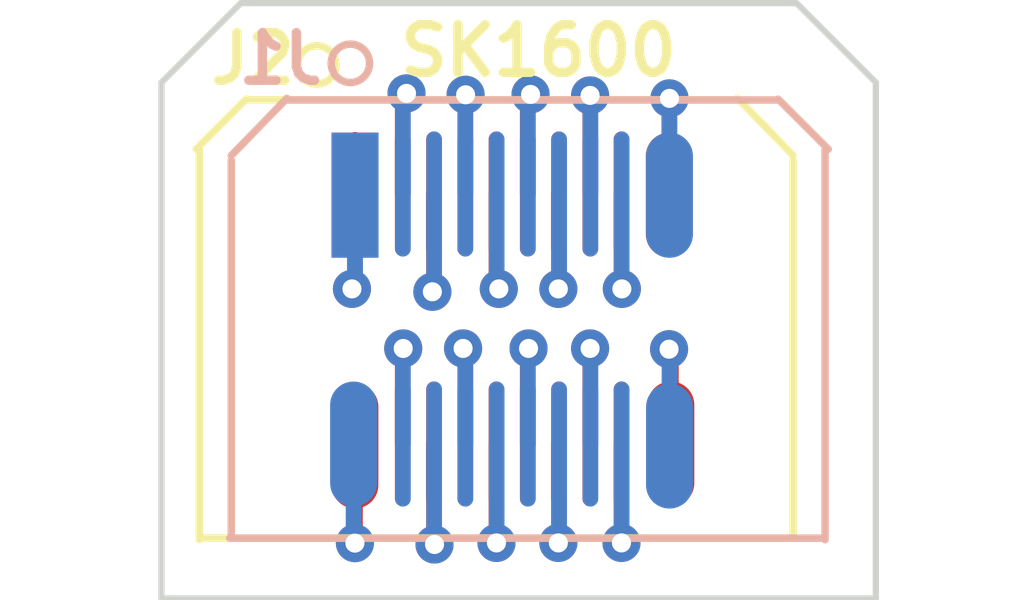
<source format=kicad_pcb>
(kicad_pcb (version 20171130) (host pcbnew "(5.1.9)-1")

  (general
    (thickness 1.6)
    (drawings 7)
    (tracks 104)
    (zones 0)
    (modules 2)
    (nets 21)
  )

  (page A4)
  (layers
    (0 F.Cu signal)
    (31 B.Cu signal)
    (32 B.Adhes user)
    (33 F.Adhes user)
    (34 B.Paste user)
    (35 F.Paste user)
    (36 B.SilkS user)
    (37 F.SilkS user)
    (38 B.Mask user)
    (39 F.Mask user)
    (40 Dwgs.User user)
    (41 Cmts.User user)
    (42 Eco1.User user)
    (43 Eco2.User user)
    (44 Edge.Cuts user)
    (45 Margin user)
    (46 B.CrtYd user)
    (47 F.CrtYd user)
    (48 B.Fab user)
    (49 F.Fab user)
  )

  (setup
    (last_trace_width 0.25)
    (user_trace_width 0.127)
    (trace_clearance 0.2)
    (zone_clearance 0.508)
    (zone_45_only no)
    (trace_min 0.127)
    (via_size 0.8)
    (via_drill 0.4)
    (via_min_size 0.6096)
    (via_min_drill 0.3048)
    (user_via 0.6096 0.3048)
    (uvia_size 0.3)
    (uvia_drill 0.1)
    (uvias_allowed no)
    (uvia_min_size 0.2)
    (uvia_min_drill 0.1)
    (edge_width 0.05)
    (segment_width 0.2)
    (pcb_text_width 0.3)
    (pcb_text_size 1.5 1.5)
    (mod_edge_width 0.12)
    (mod_text_size 1 1)
    (mod_text_width 0.15)
    (pad_size 1.524 1.524)
    (pad_drill 0.762)
    (pad_to_mask_clearance 0)
    (aux_axis_origin 0 0)
    (visible_elements 7FFFFFFF)
    (pcbplotparams
      (layerselection 0x010fc_ffffffff)
      (usegerberextensions false)
      (usegerberattributes true)
      (usegerberadvancedattributes true)
      (creategerberjobfile true)
      (excludeedgelayer true)
      (linewidth 0.100000)
      (plotframeref false)
      (viasonmask false)
      (mode 1)
      (useauxorigin false)
      (hpglpennumber 1)
      (hpglpenspeed 20)
      (hpglpendiameter 15.000000)
      (psnegative false)
      (psa4output false)
      (plotreference true)
      (plotvalue true)
      (plotinvisibletext false)
      (padsonsilk false)
      (subtractmaskfromsilk false)
      (outputformat 1)
      (mirror false)
      (drillshape 1)
      (scaleselection 1)
      (outputdirectory ""))
  )

  (net 0 "")
  (net 1 "Net-(J?1-Pad2)")
  (net 2 "Net-(J?1-Pad1)")
  (net 3 "Net-(J?1-Pad4)")
  (net 4 "Net-(J?1-Pad3)")
  (net 5 "Net-(J?1-Pad6)")
  (net 6 "Net-(J?1-Pad5)")
  (net 7 "Net-(J?1-Pad8)")
  (net 8 "Net-(J?1-Pad7)")
  (net 9 "Net-(J?1-Pad10)")
  (net 10 "Net-(J?1-Pad9)")
  (net 11 "Net-(J?1-Pad12)")
  (net 12 "Net-(J?1-Pad11)")
  (net 13 "Net-(J?1-Pad14)")
  (net 14 "Net-(J?1-Pad13)")
  (net 15 "Net-(J?1-Pad16)")
  (net 16 "Net-(J?1-Pad15)")
  (net 17 "Net-(J?1-Pad18)")
  (net 18 "Net-(J?1-Pad17)")
  (net 19 "Net-(J?1-Pad20)")
  (net 20 "Net-(J?1-Pad19)")

  (net_class Default "This is the default net class."
    (clearance 0.2)
    (trace_width 0.25)
    (via_dia 0.8)
    (via_drill 0.4)
    (uvia_dia 0.3)
    (uvia_drill 0.1)
    (add_net "Net-(J?1-Pad1)")
    (add_net "Net-(J?1-Pad10)")
    (add_net "Net-(J?1-Pad11)")
    (add_net "Net-(J?1-Pad12)")
    (add_net "Net-(J?1-Pad13)")
    (add_net "Net-(J?1-Pad14)")
    (add_net "Net-(J?1-Pad15)")
    (add_net "Net-(J?1-Pad16)")
    (add_net "Net-(J?1-Pad17)")
    (add_net "Net-(J?1-Pad18)")
    (add_net "Net-(J?1-Pad19)")
    (add_net "Net-(J?1-Pad2)")
    (add_net "Net-(J?1-Pad20)")
    (add_net "Net-(J?1-Pad3)")
    (add_net "Net-(J?1-Pad4)")
    (add_net "Net-(J?1-Pad5)")
    (add_net "Net-(J?1-Pad6)")
    (add_net "Net-(J?1-Pad7)")
    (add_net "Net-(J?1-Pad8)")
    (add_net "Net-(J?1-Pad9)")
  )

  (module t_connectors:AXK5S20047Y_socket (layer F.Cu) (tedit 5FEC5EF5) (tstamp 5FF6065B)
    (at 150.39 79.982491)
    (path /5FF60A88)
    (attr smd)
    (fp_text reference J2 (at -4.1495 -4.163491) (layer F.SilkS)
      (effects (font (size 0.762 0.762) (thickness 0.15)))
    )
    (fp_text value AXK520147YG_socket (at 0 0) (layer F.Fab)
      (effects (font (size 1 1) (thickness 0.15)))
    )
    (fp_line (start 4.4958 -2.6162) (end 3.6068 -3.5306) (layer F.SilkS) (width 0.12))
    (fp_line (start -5.0038 3.5306) (end -5.0038 -2.7178) (layer F.SilkS) (width 0.12))
    (fp_line (start -4.2418 -3.5052) (end 3.6068 -3.5052) (layer F.SilkS) (width 0.12))
    (fp_line (start 4.4958 -2.54) (end 4.4958 3.5) (layer F.SilkS) (width 0.12))
    (fp_line (start 4.5212 3.5052) (end -4.953 3.5052) (layer F.SilkS) (width 0.12))
    (fp_line (start -3.0734 -3.2512) (end 3.175 -3.25) (layer F.CrtYd) (width 0.05))
    (fp_line (start 3.175 -3.25) (end 3.175 3.25) (layer F.CrtYd) (width 0.05))
    (fp_line (start 3.175 3.25) (end -3.1242 3.2512) (layer F.CrtYd) (width 0.05))
    (fp_line (start -3.1242 3.2766) (end -3.1242 -3.2234) (layer F.CrtYd) (width 0.05))
    (fp_line (start -5.0546 -2.7178) (end -4.2546 -3.5178) (layer F.SilkS) (width 0.12))
    (fp_circle (center -3.1242 -4.064) (end -2.8448 -4.191) (layer F.SilkS) (width 0.12))
    (pad 20 smd oval (at 2.54 2) (size 0.75 2) (layers F.Cu F.Paste F.Mask)
      (net 19 "Net-(J?1-Pad20)"))
    (pad 19 smd oval (at 2.5146 -1.9812) (size 0.75 2) (layers F.Cu F.Paste F.Mask)
      (net 20 "Net-(J?1-Pad19)"))
    (pad 18 smd oval (at 1.75 2) (size 0.25 2) (layers F.Cu F.Paste F.Mask)
      (net 17 "Net-(J?1-Pad18)"))
    (pad 17 smd oval (at 1.75 -2) (size 0.25 2) (layers F.Cu F.Paste F.Mask)
      (net 18 "Net-(J?1-Pad17)"))
    (pad 16 smd oval (at 1.25 2) (size 0.25 2) (layers F.Cu F.Paste F.Mask)
      (net 15 "Net-(J?1-Pad16)"))
    (pad 15 smd oval (at 1.25 -2) (size 0.25 2) (layers F.Cu F.Paste F.Mask)
      (net 16 "Net-(J?1-Pad15)"))
    (pad 14 smd oval (at 0.75 2) (size 0.25 2) (layers F.Cu F.Paste F.Mask)
      (net 13 "Net-(J?1-Pad14)"))
    (pad 13 smd oval (at 0.75 -2) (size 0.25 2) (layers F.Cu F.Paste F.Mask)
      (net 14 "Net-(J?1-Pad13)"))
    (pad 12 smd oval (at 0.25 2) (size 0.25 2) (layers F.Cu F.Paste F.Mask)
      (net 11 "Net-(J?1-Pad12)"))
    (pad 11 smd oval (at 0.25 -2) (size 0.25 2) (layers F.Cu F.Paste F.Mask)
      (net 12 "Net-(J?1-Pad11)"))
    (pad 10 smd oval (at -0.25 2) (size 0.25 2) (layers F.Cu F.Paste F.Mask)
      (net 9 "Net-(J?1-Pad10)"))
    (pad 9 smd oval (at -0.25 -2) (size 0.25 2) (layers F.Cu F.Paste F.Mask)
      (net 10 "Net-(J?1-Pad9)"))
    (pad 8 smd oval (at -0.75 2) (size 0.25 2) (layers F.Cu F.Paste F.Mask)
      (net 7 "Net-(J?1-Pad8)"))
    (pad 7 smd oval (at -0.75 -2) (size 0.25 2) (layers F.Cu F.Paste F.Mask)
      (net 8 "Net-(J?1-Pad7)"))
    (pad 6 smd oval (at -1.25 2) (size 0.25 2) (layers F.Cu F.Paste F.Mask)
      (net 5 "Net-(J?1-Pad6)"))
    (pad 5 smd oval (at -1.25 -2) (size 0.25 2) (layers F.Cu F.Paste F.Mask)
      (net 6 "Net-(J?1-Pad5)"))
    (pad 4 smd oval (at -1.75 2) (size 0.25 2) (layers F.Cu F.Paste F.Mask)
      (net 3 "Net-(J?1-Pad4)"))
    (pad 3 smd oval (at -1.75 -2) (size 0.25 2) (layers F.Cu F.Paste F.Mask)
      (net 4 "Net-(J?1-Pad3)"))
    (pad 2 smd oval (at -2.5146 2.032) (size 0.75 2) (layers F.Cu F.Paste F.Mask)
      (net 1 "Net-(J?1-Pad2)"))
    (pad 1 smd rect (at -2.5146 -1.9812) (size 0.75 2) (layers F.Cu F.Paste F.Mask)
      (net 2 "Net-(J?1-Pad1)"))
  )

  (module t_connectors:AXK6S20447Y_header (layer B.Cu) (tedit 5FEC6F0C) (tstamp 5FF6E71E)
    (at 150.3934 79.9846 180)
    (path /5FF60288)
    (attr smd)
    (fp_text reference J1 (at 3.7084 4.1656) (layer B.SilkS)
      (effects (font (size 0.762 0.762) (thickness 0.15)) (justify mirror))
    )
    (fp_text value AXK6S20447Y_header (at 0 0) (layer B.Fab)
      (effects (font (size 1 1) (thickness 0.15)) (justify mirror))
    )
    (fp_circle (center 2.5908 4.091509) (end 2.8702 4.218509) (layer B.SilkS) (width 0.12))
    (fp_line (start -5.0546 2.7178) (end -4.2546 3.5178) (layer B.SilkS) (width 0.12))
    (fp_line (start -3.1242 -3.2766) (end -3.1242 3.2234) (layer B.CrtYd) (width 0.05))
    (fp_line (start 3.175 -3.25) (end -3.1242 -3.2512) (layer B.CrtYd) (width 0.05))
    (fp_line (start 3.175 3.25) (end 3.175 -3.25) (layer B.CrtYd) (width 0.05))
    (fp_line (start -3.0734 3.2512) (end 3.175 3.25) (layer B.CrtYd) (width 0.05))
    (fp_line (start 4.5212 -3.5052) (end -4.953 -3.5052) (layer B.SilkS) (width 0.12))
    (fp_line (start 4.4958 2.54) (end 4.4958 -3.5) (layer B.SilkS) (width 0.12))
    (fp_line (start -4.2418 3.5052) (end 3.6068 3.5052) (layer B.SilkS) (width 0.12))
    (fp_line (start -5.0038 -3.5306) (end -5.0038 2.7178) (layer B.SilkS) (width 0.12))
    (fp_line (start 4.4958 2.6162) (end 3.6068 3.5306) (layer B.SilkS) (width 0.12))
    (pad 2 smd oval (at 2.54 -2 180) (size 0.75 2) (layers B.Cu B.Paste B.Mask)
      (net 1 "Net-(J?1-Pad2)"))
    (pad 1 smd rect (at 2.5146 1.9812 180) (size 0.75 2) (layers B.Cu B.Paste B.Mask)
      (net 2 "Net-(J?1-Pad1)"))
    (pad 4 smd oval (at 1.75 -2 180) (size 0.25 2) (layers B.Cu B.Paste B.Mask)
      (net 3 "Net-(J?1-Pad4)"))
    (pad 3 smd oval (at 1.75 2 180) (size 0.25 2) (layers B.Cu B.Paste B.Mask)
      (net 4 "Net-(J?1-Pad3)"))
    (pad 6 smd oval (at 1.25 -2 180) (size 0.25 2) (layers B.Cu B.Paste B.Mask)
      (net 5 "Net-(J?1-Pad6)"))
    (pad 5 smd oval (at 1.25 2 180) (size 0.25 2) (layers B.Cu B.Paste B.Mask)
      (net 6 "Net-(J?1-Pad5)"))
    (pad 8 smd oval (at 0.75 -2 180) (size 0.25 2) (layers B.Cu B.Paste B.Mask)
      (net 7 "Net-(J?1-Pad8)"))
    (pad 7 smd oval (at 0.75 2 180) (size 0.25 2) (layers B.Cu B.Paste B.Mask)
      (net 8 "Net-(J?1-Pad7)"))
    (pad 10 smd oval (at 0.25 -2 180) (size 0.25 2) (layers B.Cu B.Paste B.Mask)
      (net 9 "Net-(J?1-Pad10)"))
    (pad 9 smd oval (at 0.25 2 180) (size 0.25 2) (layers B.Cu B.Paste B.Mask)
      (net 10 "Net-(J?1-Pad9)"))
    (pad 12 smd oval (at -0.25 -2 180) (size 0.25 2) (layers B.Cu B.Paste B.Mask)
      (net 11 "Net-(J?1-Pad12)"))
    (pad 11 smd oval (at -0.25 2 180) (size 0.25 2) (layers B.Cu B.Paste B.Mask)
      (net 12 "Net-(J?1-Pad11)"))
    (pad 14 smd oval (at -0.75 -2 180) (size 0.25 2) (layers B.Cu B.Paste B.Mask)
      (net 13 "Net-(J?1-Pad14)"))
    (pad 13 smd oval (at -0.75 2 180) (size 0.25 2) (layers B.Cu B.Paste B.Mask)
      (net 14 "Net-(J?1-Pad13)"))
    (pad 16 smd oval (at -1.25 -2 180) (size 0.25 2) (layers B.Cu B.Paste B.Mask)
      (net 15 "Net-(J?1-Pad16)"))
    (pad 15 smd oval (at -1.25 2 180) (size 0.25 2) (layers B.Cu B.Paste B.Mask)
      (net 16 "Net-(J?1-Pad15)"))
    (pad 18 smd oval (at -1.75 -2 180) (size 0.25 2) (layers B.Cu B.Paste B.Mask)
      (net 17 "Net-(J?1-Pad18)"))
    (pad 17 smd oval (at -1.75 2 180) (size 0.25 2) (layers B.Cu B.Paste B.Mask)
      (net 18 "Net-(J?1-Pad17)"))
    (pad 20 smd oval (at -2.5146 -2.032 180) (size 0.75 2) (layers B.Cu B.Paste B.Mask)
      (net 19 "Net-(J?1-Pad20)"))
    (pad 19 smd oval (at -2.5146 1.9812 180) (size 0.75 2) (layers B.Cu B.Paste B.Mask)
      (net 20 "Net-(J?1-Pad19)"))
  )

  (gr_text SK1600 (at 150.8125 75.692) (layer F.SilkS)
    (effects (font (size 0.762 0.762) (thickness 0.15)))
  )
  (gr_line (start 154.94 74.93) (end 156.21 76.2) (layer Edge.Cuts) (width 0.100076) (tstamp 6000971B))
  (gr_line (start 144.78 76.2) (end 146.05 74.93) (layer Edge.Cuts) (width 0.100076) (tstamp 60009711))
  (gr_line (start 156.21 76.2) (end 156.21 84.455) (layer Edge.Cuts) (width 0.1))
  (gr_line (start 146.05 74.93) (end 154.94 74.93) (layer Edge.Cuts) (width 0.1))
  (gr_line (start 144.78 84.455) (end 144.78 76.2) (layer Edge.Cuts) (width 0.1))
  (gr_line (start 156.21 84.455) (end 144.78 84.455) (layer Edge.Cuts) (width 0.1))

  (segment (start 147.8754 83.5694) (end 147.8754 83.5694) (width 0.127) (layer F.Cu) (net 1) (tstamp 5FF6E78B))
  (via (at 147.8754 83.569346) (size 0.6096) (drill 0.3048) (layers F.Cu B.Cu) (net 1))
  (segment (start 147.8534 81.9846) (end 147.8534 83.547346) (width 0.25) (layer B.Cu) (net 1))
  (segment (start 147.8534 83.547346) (end 147.8754 83.569346) (width 0.25) (layer B.Cu) (net 1))
  (segment (start 147.8754 82.014491) (end 147.8754 83.569346) (width 0.25) (layer F.Cu) (net 1))
  (segment (start 147.8754 78.001291) (end 147.8754 77.117136) (width 0.25) (layer F.Cu) (net 2))
  (via (at 147.827999 79.502) (size 0.6096) (drill 0.3048) (layers F.Cu B.Cu) (net 2))
  (segment (start 147.8754 78.001291) (end 147.8754 79.454599) (width 0.25) (layer F.Cu) (net 2))
  (segment (start 147.8754 79.454599) (end 147.827999 79.502) (width 0.25) (layer F.Cu) (net 2))
  (segment (start 147.8788 78.0034) (end 147.8788 79.451199) (width 0.25) (layer B.Cu) (net 2))
  (segment (start 147.8788 79.451199) (end 147.827999 79.502) (width 0.25) (layer B.Cu) (net 2))
  (segment (start 148.6434 80.459426) (end 148.64798 80.454846) (width 0.25) (layer B.Cu) (net 3))
  (segment (start 148.6434 81.9846) (end 148.6434 80.459426) (width 0.25) (layer B.Cu) (net 3))
  (via (at 148.64798 80.454846) (size 0.6096) (drill 0.3048) (layers F.Cu B.Cu) (net 3))
  (segment (start 148.64 80.462826) (end 148.64798 80.454846) (width 0.25) (layer F.Cu) (net 3))
  (segment (start 148.64 81.982491) (end 148.64 80.462826) (width 0.25) (layer F.Cu) (net 3))
  (segment (start 148.6434 77.9846) (end 148.6434 76.431595) (width 0.25) (layer B.Cu) (net 4))
  (segment (start 148.6434 76.431595) (end 148.700945 76.37405) (width 0.25) (layer B.Cu) (net 4))
  (segment (start 148.64 77.982491) (end 148.64 76.434995) (width 0.25) (layer F.Cu) (net 4))
  (via (at 148.700945 76.37405) (size 0.6096) (drill 0.3048) (layers F.Cu B.Cu) (net 4))
  (segment (start 148.64 76.434995) (end 148.700945 76.37405) (width 0.25) (layer F.Cu) (net 4))
  (segment (start 149.1488 83.5914) (end 149.1488 83.5914) (width 0.127) (layer F.Cu) (net 5) (tstamp 5FF6E78F))
  (via (at 149.1488 83.5914) (size 0.6096) (drill 0.3048) (layers F.Cu B.Cu) (net 5))
  (segment (start 149.1434 83.586) (end 149.1488 83.5914) (width 0.25) (layer B.Cu) (net 5))
  (segment (start 149.1434 81.9846) (end 149.1434 83.586) (width 0.25) (layer B.Cu) (net 5))
  (segment (start 149.14 83.5826) (end 149.1488 83.5914) (width 0.25) (layer F.Cu) (net 5))
  (segment (start 149.14 81.982491) (end 149.14 83.5826) (width 0.25) (layer F.Cu) (net 5))
  (via (at 149.114248 79.548279) (size 0.6096) (drill 0.3048) (layers F.Cu B.Cu) (net 6))
  (segment (start 149.14 79.522527) (end 149.114248 79.548279) (width 0.25) (layer F.Cu) (net 6))
  (segment (start 149.1434 79.519127) (end 149.114248 79.548279) (width 0.25) (layer B.Cu) (net 6))
  (segment (start 149.1434 77.9846) (end 149.1434 79.519127) (width 0.25) (layer B.Cu) (net 6))
  (segment (start 149.14 77.982491) (end 149.14 79.522527) (width 0.25) (layer F.Cu) (net 6))
  (segment (start 149.64 81.982491) (end 149.64 80.6028) (width 0.127) (layer F.Cu) (net 7))
  (segment (start 149.64 80.6028) (end 149.64 80.5094) (width 0.127) (layer F.Cu) (net 7))
  (segment (start 149.6434 80.4919) (end 149.606 80.4545) (width 0.25) (layer B.Cu) (net 7))
  (via (at 149.606 80.4545) (size 0.6096) (drill 0.3048) (layers F.Cu B.Cu) (net 7))
  (segment (start 149.6434 81.9846) (end 149.6434 80.4919) (width 0.25) (layer B.Cu) (net 7))
  (segment (start 149.64 80.6028) (end 149.64 80.4885) (width 0.127) (layer F.Cu) (net 7))
  (segment (start 149.64 80.4885) (end 149.606 80.4545) (width 0.25) (layer F.Cu) (net 7))
  (segment (start 149.64 81.982491) (end 149.64 80.4885) (width 0.25) (layer F.Cu) (net 7))
  (segment (start 149.64 77.982491) (end 149.64 76.40242) (width 0.25) (layer F.Cu) (net 8))
  (segment (start 149.6434 76.39902) (end 149.646061 76.396359) (width 0.25) (layer B.Cu) (net 8))
  (segment (start 149.64 76.40242) (end 149.646061 76.396359) (width 0.25) (layer F.Cu) (net 8))
  (segment (start 149.6434 77.9846) (end 149.6434 76.39902) (width 0.25) (layer B.Cu) (net 8))
  (via (at 149.646061 76.396359) (size 0.6096) (drill 0.3048) (layers F.Cu B.Cu) (net 8))
  (via (at 150.14 83.566014) (size 0.6096) (drill 0.3048) (layers F.Cu B.Cu) (net 9))
  (segment (start 150.1434 81.9846) (end 150.1434 83.562614) (width 0.25) (layer B.Cu) (net 9))
  (segment (start 150.1434 83.562614) (end 150.14 83.566014) (width 0.25) (layer B.Cu) (net 9))
  (segment (start 150.14 81.982491) (end 150.14 83.566014) (width 0.25) (layer F.Cu) (net 9))
  (via (at 150.177498 79.502) (size 0.6096) (drill 0.3048) (layers F.Cu B.Cu) (net 10))
  (segment (start 150.14 77.982491) (end 150.14 79.464502) (width 0.25) (layer F.Cu) (net 10))
  (segment (start 150.14 79.464502) (end 150.177498 79.502) (width 0.25) (layer F.Cu) (net 10))
  (segment (start 150.1434 79.467902) (end 150.177498 79.502) (width 0.25) (layer B.Cu) (net 10))
  (segment (start 150.1434 77.9846) (end 150.1434 79.467902) (width 0.25) (layer B.Cu) (net 10))
  (segment (start 150.6434 80.46405) (end 150.65295 80.4545) (width 0.25) (layer B.Cu) (net 11))
  (via (at 150.65295 80.4545) (size 0.6096) (drill 0.3048) (layers F.Cu B.Cu) (net 11))
  (segment (start 150.6434 81.9846) (end 150.6434 80.46405) (width 0.25) (layer B.Cu) (net 11))
  (segment (start 150.64 80.46745) (end 150.65295 80.4545) (width 0.25) (layer F.Cu) (net 11))
  (segment (start 150.64 81.982491) (end 150.64 80.46745) (width 0.25) (layer F.Cu) (net 11))
  (via (at 150.685498 76.3905) (size 0.6096) (drill 0.3048) (layers F.Cu B.Cu) (net 12))
  (segment (start 150.64 77.982491) (end 150.64 76.435998) (width 0.25) (layer F.Cu) (net 12))
  (segment (start 150.64 76.435998) (end 150.685498 76.3905) (width 0.25) (layer F.Cu) (net 12))
  (segment (start 150.6434 77.9846) (end 150.6434 76.432598) (width 0.25) (layer B.Cu) (net 12))
  (segment (start 150.6434 76.432598) (end 150.685498 76.3905) (width 0.25) (layer B.Cu) (net 12))
  (segment (start 151.1434 83.5526) (end 151.13 83.566) (width 0.25) (layer B.Cu) (net 13))
  (segment (start 151.1434 81.9846) (end 151.1434 83.5526) (width 0.25) (layer B.Cu) (net 13))
  (via (at 151.13 83.566) (size 0.6096) (drill 0.3048) (layers F.Cu B.Cu) (net 13))
  (segment (start 151.14 83.556) (end 151.13 83.566) (width 0.25) (layer F.Cu) (net 13))
  (segment (start 151.14 81.982491) (end 151.14 83.556) (width 0.25) (layer F.Cu) (net 13))
  (via (at 151.13 79.502) (size 0.6096) (drill 0.3048) (layers F.Cu B.Cu) (net 14))
  (segment (start 151.14 79.492) (end 151.13 79.502) (width 0.25) (layer F.Cu) (net 14))
  (segment (start 151.1434 77.9846) (end 151.1434 79.4886) (width 0.25) (layer B.Cu) (net 14))
  (segment (start 151.1434 79.4886) (end 151.13 79.502) (width 0.25) (layer B.Cu) (net 14))
  (segment (start 151.14 77.982491) (end 151.14 79.492) (width 0.25) (layer F.Cu) (net 14))
  (segment (start 151.6888 80.4164) (end 151.6888 80.4164) (width 0.127) (layer F.Cu) (net 15) (tstamp 5FF6E829))
  (via (at 151.638 80.454508) (size 0.6096) (drill 0.3048) (layers F.Cu B.Cu) (net 15))
  (segment (start 151.6434 80.459908) (end 151.638 80.454508) (width 0.25) (layer B.Cu) (net 15))
  (segment (start 151.6434 81.9846) (end 151.6434 80.459908) (width 0.25) (layer B.Cu) (net 15))
  (segment (start 151.64 80.456508) (end 151.638 80.454508) (width 0.25) (layer F.Cu) (net 15))
  (segment (start 151.64 81.982491) (end 151.64 80.456508) (width 0.25) (layer F.Cu) (net 15))
  (segment (start 151.6434 76.411831) (end 151.638 76.406431) (width 0.25) (layer B.Cu) (net 16))
  (segment (start 151.6434 77.9846) (end 151.6434 76.411831) (width 0.25) (layer B.Cu) (net 16))
  (segment (start 151.64 77.982491) (end 151.64 76.408431) (width 0.25) (layer F.Cu) (net 16))
  (segment (start 151.64 76.408431) (end 151.638 76.406431) (width 0.25) (layer F.Cu) (net 16))
  (via (at 151.638 76.406431) (size 0.6096) (drill 0.3048) (layers F.Cu B.Cu) (net 16))
  (via (at 152.14 83.566) (size 0.6096) (drill 0.3048) (layers F.Cu B.Cu) (net 17))
  (segment (start 152.1434 81.9846) (end 152.1434 83.5626) (width 0.25) (layer B.Cu) (net 17))
  (segment (start 152.1434 83.5626) (end 152.14 83.566) (width 0.25) (layer B.Cu) (net 17))
  (segment (start 152.14 81.982491) (end 152.14 83.566) (width 0.25) (layer F.Cu) (net 17))
  (segment (start 152.1434 77.9846) (end 152.1434 79.4994) (width 0.25) (layer B.Cu) (net 18))
  (segment (start 152.1434 79.4994) (end 152.146 79.502) (width 0.25) (layer B.Cu) (net 18))
  (via (at 152.146 79.502) (size 0.6096) (drill 0.3048) (layers F.Cu B.Cu) (net 18))
  (segment (start 152.14 79.496) (end 152.146 79.502) (width 0.25) (layer F.Cu) (net 18))
  (segment (start 152.14 77.982491) (end 152.14 79.496) (width 0.25) (layer F.Cu) (net 18))
  (segment (start 152.93 80.4892) (end 152.93 80.4892) (width 0.127) (layer F.Cu) (net 19) (tstamp 5FF6E868))
  (via (at 152.901313 80.466753) (size 0.6096) (drill 0.3048) (layers F.Cu B.Cu) (net 19))
  (segment (start 152.908 80.47344) (end 152.901313 80.466753) (width 0.25) (layer B.Cu) (net 19))
  (segment (start 152.908 82.0166) (end 152.908 80.47344) (width 0.25) (layer B.Cu) (net 19))
  (segment (start 152.93 80.49544) (end 152.901313 80.466753) (width 0.25) (layer F.Cu) (net 19))
  (segment (start 152.93 81.982491) (end 152.93 80.49544) (width 0.25) (layer F.Cu) (net 19))
  (via (at 152.908 76.454) (size 0.6096) (drill 0.3048) (layers F.Cu B.Cu) (net 20))
  (segment (start 152.908 78.0034) (end 152.908 76.454) (width 0.25) (layer B.Cu) (net 20))
  (segment (start 152.9046 76.4574) (end 152.908 76.454) (width 0.25) (layer F.Cu) (net 20))
  (segment (start 152.9046 78.001291) (end 152.9046 76.4574) (width 0.25) (layer F.Cu) (net 20))

)

</source>
